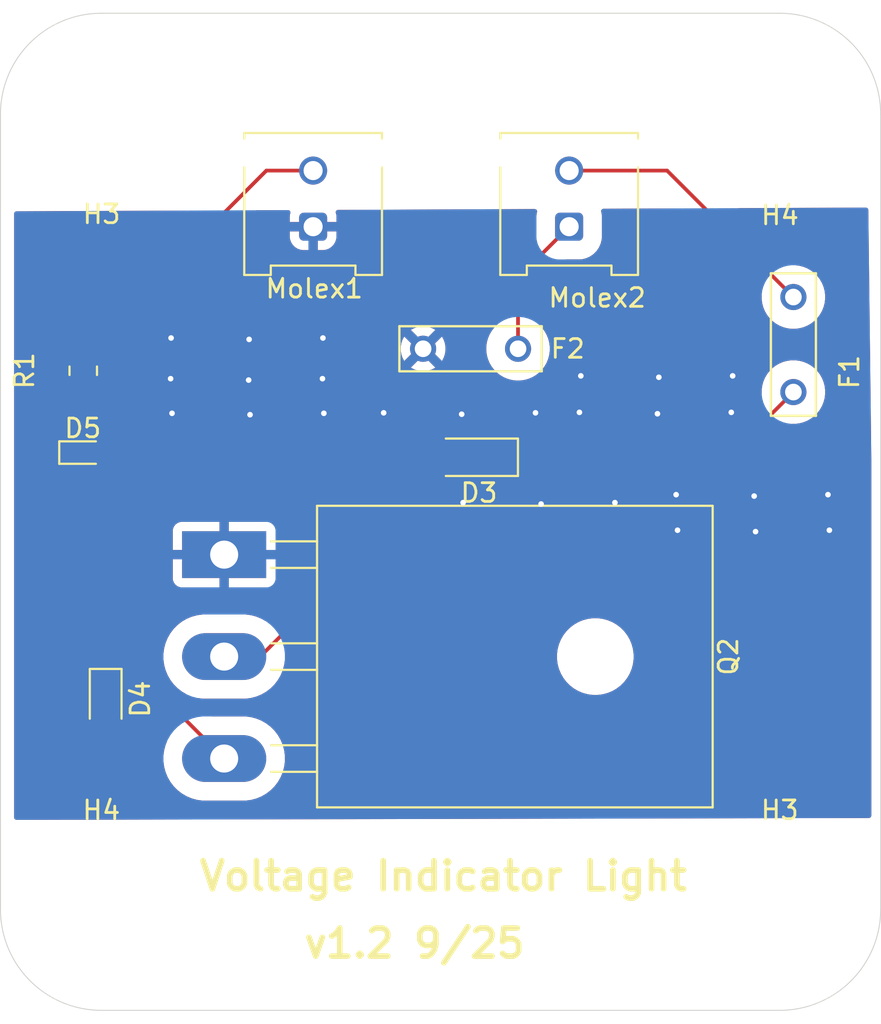
<source format=kicad_pcb>
(kicad_pcb (version 20241229) (generator "pcbnew") (generator_version "9.0")
  (layers (0 "F.Cu" signal) (2 "B.Cu" signal) (13 "F.Paste" user) (15 "B.Paste" user) (5 "F.SilkS" user "F.Silkscreen") (7 "B.SilkS" user "B.Silkscreen") (1 "F.Mask" user) (3 "B.Mask" user) (25 "Edge.Cuts" user))
  (net 0 "")
  (net 1 "/LED+")
  (net 2 "Net-(D3-A)")
  (net 3 "Net-(D3-K)")
  (net 4 "/HV+")
  (net 5 "/HV-")
  (net 6 "Net-(D4-A2)")
  (net 7 "Net-(D4-A1)")
  (footprint "Diode_SMD:D_SOD-323" (layer "F.Cu") (at 118.9 104.75 -90)
    (property "Reference" "D4" (at 0 -1.85 270) (layer "F.SilkS"))
    (property "Value" "PESD12VL1BA")
    (fp_line (start -1.61 0.85) (end 1.05 0.85) (stroke (width 0.12)) (layer "F.SilkS"))
    (fp_line (start -1.61 -0.85) (end -1.61 0.85) (stroke (width 0.12)) (layer "F.SilkS"))
    (fp_line (start -1.61 -0.85) (end 1.05 -0.85) (stroke (width 0.12)) (layer "F.SilkS"))
    (pad "1" smd roundrect (at -1.05 0 270) (size 0.6 0.45) (layers "F.Cu" "F.Mask" "F.Paste") (net 7 "Net-(D4-A1)"))
    (pad "2" smd roundrect (at 1.05 0 270) (size 0.6 0.45) (layers "F.Cu" "F.Mask" "F.Paste") (net 6 "Net-(D4-A2)"))
  )
  (footprint "MountingHole:MountingHole_4.3mm_M4" (layer "F.Cu") (at 118.679999 73.53 180)
    (property "Reference" "H3" (at 0 -5.3 0) (layer "F.SilkS"))
    (property "Value" "MountingHole")
    (pad "" np_thru_hole circle (at 0 0 180) (size 4.3 4.3) (drill 4.3) (layers "*.Cu" "*.Mask"))
  )
  (footprint "Library:FUSE_BK_PCS" (layer "F.Cu") (at 155.7 85.8 -90)
    (property "Reference" "F1" (at 1.47 -3 90) (layer "F.SilkS"))
    (property "Value" "750mA" (hide yes))
    (fp_line (start -3.81 1.205) (end -3.81 -1.205) (stroke (width 0.127)) (layer "F.SilkS"))
    (fp_line (start 3.81 1.205) (end -3.81 1.205) (stroke (width 0.127)) (layer "F.SilkS"))
    (fp_line (start -3.81 -1.205) (end 3.81 -1.205) (stroke (width 0.127)) (layer "F.SilkS"))
    (fp_line (start 3.81 -1.205) (end 3.81 1.205) (stroke (width 0.127)) (layer "F.SilkS"))
    (pad "1" thru_hole circle (at -2.54 0 270) (size 1.397 1.397) (drill 0.889) (layers "*.Cu" "*.Mask") (net 4 "/HV+"))
    (pad "2" thru_hole circle (at 2.54 0 270) (size 1.397 1.397) (drill 0.889) (layers "*.Cu" "*.Mask") (net 3 "Net-(D3-K)"))
  )
  (footprint "MountingHole:MountingHole_4.3mm_M4" (layer "F.Cu") (at 118.669999 115.990001)
    (property "Reference" "H4" (at 0 -5.3 0) (layer "F.SilkS"))
    (property "Value" "MountingHole")
    (pad "" np_thru_hole circle (at 0 0) (size 4.3 4.3) (drill 4.3) (layers "*.Cu" "*.Mask"))
  )
  (footprint "Resistor_SMD:R_0805_2012Metric_Pad1.20x1.40mm_HandSolder" (layer "F.Cu") (at 117.7 87.2 90)
    (property "Reference" "R1" (at 0 -3.15 90) (layer "F.SilkS"))
    (property "Value" "2200")
    (fp_line (start -0.227064 -0.735) (end 0.227064 -0.735) (stroke (width 0.12)) (layer "F.SilkS"))
    (fp_line (start -0.227064 0.735) (end 0.227064 0.735) (stroke (width 0.12)) (layer "F.SilkS"))
    (pad "1" smd roundrect (at -1 0 90) (size 1.2 1.4) (layers "F.Cu" "F.Mask" "F.Paste") (roundrect_rratio 0.208333) (net 6 "Net-(D4-A2)"))
    (pad "2" smd roundrect (at 1 0 90) (size 1.2 1.4) (layers "F.Cu" "F.Mask" "F.Paste") (roundrect_rratio 0.208333) (net 1 "/LED+"))
  )
  (footprint "MountingHole:MountingHole_4.3mm_M4" (layer "F.Cu") (at 154.980001 73.59 180)
    (property "Reference" "H4" (at 0 -5.3 0) (layer "F.SilkS"))
    (property "Value" "MountingHole")
    (pad "" np_thru_hole circle (at 0 0 180) (size 4.3 4.3) (drill 4.3) (layers "*.Cu" "*.Mask"))
  )
  (footprint "Diode_SMD:D_SOD-523" (layer "F.Cu") (at 117.675 91.575)
    (property "Reference" "D5" (at 0 -1.3 0) (layer "F.SilkS"))
    (property "Value" "1N4148WT")
    (fp_line (start -1.26 -0.6) (end -1.26 0.6) (stroke (width 0.12)) (layer "F.SilkS"))
    (fp_line (start 0.7 -0.6) (end -1.26 -0.6) (stroke (width 0.12)) (layer "F.SilkS"))
    (fp_line (start 0.7 0.6) (end -1.26 0.6) (stroke (width 0.12)) (layer "F.SilkS"))
    (pad "1" smd roundrect (at -0.7 0 180) (size 0.6 0.7) (layers "F.Cu" "F.Mask" "F.Paste") (net 6 "Net-(D4-A2)"))
    (pad "2" smd roundrect (at 0.7 0 180) (size 0.6 0.7) (layers "F.Cu" "F.Mask" "F.Paste") (net 7 "Net-(D4-A1)"))
  )
  (footprint "Package_TO_SOT_THT:TO-247-3_Horizontal_TabDown" (layer "F.Cu") (at 125.24 97.03 -90)
    (property "Reference" "Q2" (at 5.45 -26.98 90) (layer "F.SilkS"))
    (property "Value" "UJ3N065080K3S")
    (fp_line (start -2.61 -4.97) (end 13.51 -4.97) (stroke (width 0.12)) (layer "F.SilkS"))
    (fp_line (start -2.61 -4.97) (end -2.61 -26.14) (stroke (width 0.12)) (layer "F.SilkS"))
    (fp_line (start -0.71 -4.97) (end -0.71 -2.51) (stroke (width 0.12)) (layer "F.SilkS"))
    (fp_line (start 0.71 -4.97) (end 0.71 -2.51) (stroke (width 0.12)) (layer "F.SilkS"))
    (fp_line (start 4.74 -4.97) (end 4.74 -2.51) (stroke (width 0.12)) (layer "F.SilkS"))
    (fp_line (start 6.16 -4.97) (end 6.16 -2.51) (stroke (width 0.12)) (layer "F.SilkS"))
    (fp_line (start 10.19 -4.97) (end 10.19 -2.51) (stroke (width 0.12)) (layer "F.SilkS"))
    (fp_line (start 11.61 -4.97) (end 11.61 -2.51) (stroke (width 0.12)) (layer "F.SilkS"))
    (fp_line (start 13.51 -4.97) (end 13.51 -26.14) (stroke (width 0.12)) (layer "F.SilkS"))
    (fp_line (start -2.61 -26.14) (end 13.51 -26.14) (stroke (width 0.12)) (layer "F.SilkS"))
    (pad "" np_thru_hole circle (at 5.45 -19.86 270) (size 3.6 3.6) (drill 3.6) (layers "*.Cu" "*.Mask"))
    (pad "1" thru_hole rect (at 0 0 270) (size 2.5 4.5) (drill 1.5) (layers "*.Cu" "*.Mask") (net 7 "Net-(D4-A1)"))
    (pad "2" thru_hole oval (at 5.45 0 270) (size 2.5 4.5) (drill 1.5) (layers "*.Cu" "*.Mask") (net 2 "Net-(D3-A)"))
    (pad "3" thru_hole oval (at 10.9 0 270) (size 2.5 4.5) (drill 1.5) (layers "*.Cu" "*.Mask") (net 6 "Net-(D4-A2)"))
  )
  (footprint "Connector_Molex:Molex_Micro-Fit_3.0_43045-0212_2x01_P3.00mm_Vertical" (layer "F.Cu") (at 143.7 79.5 180)
    (property "Reference" "Molex2" (at -1.5 -3.8 0) (layer "F.SilkS"))
    (property "Value" "043045-0212")
    (fp_line (start 3.685 5.01) (end 3.685 4.71) (stroke (width 0.12)) (layer "F.SilkS"))
    (fp_line (start 3.685 -2.58) (end 3.685 3.17) (stroke (width 0.12)) (layer "F.SilkS"))
    (fp_line (start 2.265 -2.08) (end 2.265 -2.58) (stroke (width 0.12)) (layer "F.SilkS"))
    (fp_line (start 2.265 -2.58) (end 3.685 -2.58) (stroke (width 0.12)) (layer "F.SilkS"))
    (fp_line (start -2.265 -2.08) (end 2.265 -2.08) (stroke (width 0.12)) (layer "F.SilkS"))
    (fp_line (start -2.265 -2.58) (end -2.265 -2.08) (stroke (width 0.12)) (layer "F.SilkS"))
    (fp_line (start -3.685 5.01) (end 3.685 5.01) (stroke (width 0.12)) (layer "F.SilkS"))
    (fp_line (start -3.685 4.71) (end -3.685 5.01) (stroke (width 0.12)) (layer "F.SilkS"))
    (fp_line (start -3.685 3.17) (end -3.685 -2.58) (stroke (width 0.12)) (layer "F.SilkS"))
    (fp_line (start -3.685 -2.58) (end -2.265 -2.58) (stroke (width 0.12)) (layer "F.SilkS"))
    (pad "" np_thru_hole circle (at -3 3.94 180) (size 1.02 1.02) (drill 1.02) (layers "*.Cu" "*.Mask"))
    (pad "" np_thru_hole circle (at 3 3.94 180) (size 1.02 1.02) (drill 1.02) (layers "*.Cu" "*.Mask"))
    (pad "1" thru_hole roundrect (at 0 0 180) (size 1.5 1.5) (drill 1.02) (layers "*.Cu" "*.Mask") (roundrect_rratio 0.166667) (net 5 "/HV-"))
    (pad "2" thru_hole circle (at 0 3 180) (size 1.5 1.5) (drill 1.02) (layers "*.Cu" "*.Mask") (net 4 "/HV+"))
  )
  (footprint "Library:FUSE_BK_PCS" (layer "F.Cu") (at 138.425 86.025)
    (property "Reference" "F2" (at 5.2 0 0) (layer "F.SilkS"))
    (property "Value" "750mA")
    (fp_line (start -3.81 -1.205) (end 3.81 -1.205) (stroke (width 0.127)) (layer "F.SilkS"))
    (fp_line (start -3.81 1.205) (end -3.81 -1.205) (stroke (width 0.127)) (layer "F.SilkS"))
    (fp_line (start 3.81 -1.205) (end 3.81 1.205) (stroke (width 0.127)) (layer "F.SilkS"))
    (fp_line (start 3.81 1.205) (end -3.81 1.205) (stroke (width 0.127)) (layer "F.SilkS"))
    (pad "1" thru_hole circle (at -2.54 0) (size 1.397 1.397) (drill 0.889) (layers "*.Cu" "*.Mask") (net 7 "Net-(D4-A1)"))
    (pad "2" thru_hole circle (at 2.54 0) (size 1.397 1.397) (drill 0.889) (layers "*.Cu" "*.Mask") (net 5 "/HV-"))
  )
  (footprint "Connector_Molex:Molex_Micro-Fit_3.0_43045-0212_2x01_P3.00mm_Vertical" (layer "F.Cu") (at 130 79.5 180)
    (property "Reference" "Molex1" (at -0.06 -3.31 0) (layer "F.SilkS"))
    (property "Value" "043045-0212")
    (fp_line (start 3.685 5.01) (end 3.685 4.71) (stroke (width 0.12)) (layer "F.SilkS"))
    (fp_line (start 3.685 -2.58) (end 3.685 3.17) (stroke (width 0.12)) (layer "F.SilkS"))
    (fp_line (start 2.265 -2.08) (end 2.265 -2.58) (stroke (width 0.12)) (layer "F.SilkS"))
    (fp_line (start 2.265 -2.58) (end 3.685 -2.58) (stroke (width 0.12)) (layer "F.SilkS"))
    (fp_line (start -2.265 -2.08) (end 2.265 -2.08) (stroke (width 0.12)) (layer "F.SilkS"))
    (fp_line (start -2.265 -2.58) (end -2.265 -2.08) (stroke (width 0.12)) (layer "F.SilkS"))
    (fp_line (start -3.685 5.01) (end 3.685 5.01) (stroke (width 0.12)) (layer "F.SilkS"))
    (fp_line (start -3.685 4.71) (end -3.685 5.01) (stroke (width 0.12)) (layer "F.SilkS"))
    (fp_line (start -3.685 3.17) (end -3.685 -2.58) (stroke (width 0.12)) (layer "F.SilkS"))
    (fp_line (start -3.685 -2.58) (end -2.265 -2.58) (stroke (width 0.12)) (layer "F.SilkS"))
    (pad "" np_thru_hole circle (at -3 3.94 180) (size 1.02 1.02) (drill 1.02) (layers "*.Cu" "*.Mask"))
    (pad "" np_thru_hole circle (at 3 3.94 180) (size 1.02 1.02) (drill 1.02) (layers "*.Cu" "*.Mask"))
    (pad "1" thru_hole roundrect (at 0 0 180) (size 1.5 1.5) (drill 1.02) (layers "*.Cu" "*.Mask") (roundrect_rratio 0.166667) (net 7 "Net-(D4-A1)"))
    (pad "2" thru_hole circle (at 0 3 180) (size 1.5 1.5) (drill 1.02) (layers "*.Cu" "*.Mask") (net 1 "/LED+"))
  )
  (footprint "MountingHole:MountingHole_4.3mm_M4" (layer "F.Cu") (at 154.970001 115.990001)
    (property "Reference" "H3" (at 0 -5.3 0) (layer "F.SilkS"))
    (property "Value" "MountingHole")
    (pad "" np_thru_hole circle (at 0 0) (size 4.3 4.3) (drill 4.3) (layers "*.Cu" "*.Mask"))
  )
  (footprint "Diode_SMD:D_SOD-123F" (layer "F.Cu") (at 138.75 91.825 180)
    (property "Reference" "D3" (at -0.127 -1.905 0) (layer "F.SilkS"))
    (property "Value" "BZT52C51")
    (fp_line (start -2.21 1) (end 1.65 1) (stroke (width 0.12)) (layer "F.SilkS"))
    (fp_line (start -2.21 -1) (end 1.65 -1) (stroke (width 0.12)) (layer "F.SilkS"))
    (fp_line (start -2.21 -1) (end -2.21 1) (stroke (width 0.12)) (layer "F.SilkS"))
    (pad "1" smd roundrect (at -1.4 0 180) (size 1.1 1.1) (layers "F.Cu" "F.Mask" "F.Paste") (roundrect_rratio 0.2272727273) (net 3 "Net-(D3-K)"))
    (pad "2" smd roundrect (at 1.4 0 180) (size 1.1 1.1) (layers "F.Cu" "F.Mask" "F.Paste") (roundrect_rratio 0.2272727273) (net 2 "Net-(D3-A)"))
  )
  (gr_arc (start 113.27 73.49) (mid 114.851623 69.671623) (end 118.67 68.09) (stroke (width 0.05)) (layer "Edge.Cuts"))
  (gr_arc (start 160.37 115.99) (mid 158.788377 119.808377) (end 154.97 121.39) (stroke (width 0.05)) (layer "Edge.Cuts"))
  (gr_arc (start 154.97 68.09) (mid 158.788377 69.671623) (end 160.37 73.49) (stroke (width 0.05)) (layer "Edge.Cuts"))
  (gr_line (start 154.97 121.39) (end 118.67 121.39) (stroke (width 0.05)) (layer "Edge.Cuts"))
  (gr_line (start 160.37 73.49) (end 160.37 115.99) (stroke (width 0.05)) (layer "Edge.Cuts"))
  (gr_line (start 118.67 68.09) (end 154.97 68.09) (stroke (width 0.05)) (layer "Edge.Cuts"))
  (gr_arc (start 118.67 121.39) (mid 114.851623 119.808377) (end 113.27 115.99) (stroke (width 0.05)) (layer "Edge.Cuts"))
  (gr_line (start 113.27 115.99) (end 113.27 73.49) (stroke (width 0.05)) (layer "Edge.Cuts"))
  (gr_text "v1.2 9/25\n" (at 129.37 118.69 0) (layer "F.SilkS") (effects (font (size 1.5 1.5) (thickness 0.3) (bold yes)) (justify left bottom)))
  (gr_text "Voltage Indicator Light" (at 123.77 115.09 0) (layer "F.SilkS") (effects (font (size 1.5 1.5) (thickness 0.3) (bold yes)) (justify left bottom)))
  (segment (start 130 76.5) (end 127.5 76.5) (width 0.2) (layer "F.Cu") (net 1))
  (segment (start 127.5 76.5) (end 117.8 86.2) (width 0.2) (layer "F.Cu") (net 1))
  (segment (start 127.17 102.48) (end 125.24 102.48) (width 0.2) (layer "F.Cu") (net 2))
  (segment (start 128.775 100.875) (end 128.775 91.825) (width 0.2) (layer "F.Cu") (net 2))
  (segment (start 128.775 100.875) (end 127.17 102.48) (width 0.2) (layer "F.Cu") (net 2))
  (segment (start 128.775 91.825) (end 137.35 91.825) (width 0.2) (layer "F.Cu") (net 2))
  (segment (start 140.15 91.825) (end 152.215 91.825) (width 0.2) (layer "F.Cu") (net 3))
  (segment (start 152.215 91.825) (end 155.7 88.34) (width 0.2) (layer "F.Cu") (net 3))
  (segment (start 143.7 76.5) (end 148.94 76.5) (width 0.2) (layer "F.Cu") (net 4))
  (segment (start 148.94 76.5) (end 155.7 83.26) (width 0.2) (layer "F.Cu") (net 4))
  (segment (start 140.965 82.235) (end 143.7 79.5) (width 0.2) (layer "F.Cu") (net 5))
  (segment (start 140.965 86.025) (end 140.965 82.235) (width 0.2) (layer "F.Cu") (net 5))
  (segment (start 117 88.9) (end 117.7 88.2) (width 0.2) (layer "F.Cu") (net 6))
  (segment (start 117.8 105.8) (end 117 105) (width 0.2) (layer "F.Cu") (net 6))
  (segment (start 118.9 105.8) (end 117.8 105.8) (width 0.2) (layer "F.Cu") (net 6))
  (segment (start 117 105) (end 117 88.9) (width 0.2) (layer "F.Cu") (net 6))
  (segment (start 118.9 105.8) (end 123.11 105.8) (width 0.2) (layer "F.Cu") (net 6))
  (segment (start 123.11 105.8) (end 125.24 107.93) (width 0.2) (layer "F.Cu") (net 6))
  (segment (start 118.375 91.125) (end 118.375 91.575) (width 0.2) (layer "F.Cu") (net 7))
  (segment (start 130 79.5) (end 130 80.14) (width 0.2) (layer "F.Cu") (net 7))
  (segment (start 118.375 92.085) (end 118.375 91.575) (width 0.2) (layer "F.Cu") (net 7))
  (via (at 152.45 87.475) (size 0.6) (drill 0.3) (layers "F.Cu" "B.Cu") (net 7))
  (via (at 149.5 95.725) (size 0.6) (drill 0.3) (layers "F.Cu" "B.Cu") (net 7))
  (via (at 157.625 95.725) (size 0.6) (drill 0.3) (layers "F.Cu" "B.Cu") (net 7))
  (via (at 130.525 85.45) (size 0.6) (drill 0.3) (layers "F.Cu" "B.Cu") (net 7))
  (via (at 152.375 89.425) (size 0.6) (drill 0.3) (layers "F.Cu" "B.Cu") (net 7))
  (via (at 148.425 89.5) (size 0.6) (drill 0.3) (layers "F.Cu" "B.Cu") (net 7))
  (via (at 144.25 89.425) (size 0.6) (drill 0.3) (layers "F.Cu" "B.Cu") (net 7))
  (via (at 138.025 94.25) (size 0.6) (drill 0.3) (layers "F.Cu" "B.Cu") (net 7))
  (via (at 130.5 87.625) (size 0.6) (drill 0.3) (layers "F.Cu" "B.Cu") (net 7))
  (via (at 146.15 94.25) (size 0.6) (drill 0.3) (layers "F.Cu" "B.Cu") (net 7))
  (via (at 126.55 87.7) (size 0.6) (drill 0.3) (layers "F.Cu" "B.Cu") (net 7))
  (via (at 142.2 94.325) (size 0.6) (drill 0.3) (layers "F.Cu" "B.Cu") (net 7))
  (via (at 122.375 87.625) (size 0.6) (drill 0.3) (layers "F.Cu" "B.Cu") (net 7))
  (via (at 157.55 93.825) (size 0.6) (drill 0.3) (layers "F.Cu" "B.Cu") (net 7))
  (via (at 148.5 87.55) (size 0.6) (drill 0.3) (layers "F.Cu" "B.Cu") (net 7))
  (via (at 149.425 93.825) (size 0.6) (drill 0.3) (layers "F.Cu" "B.Cu") (net 7))
  (via (at 153.675 95.8) (size 0.6) (drill 0.3) (layers "F.Cu" "B.Cu") (net 7))
  (via (at 122.45 89.475) (size 0.6) (drill 0.3) (layers "F.Cu" "B.Cu") (net 7))
  (via (at 126.575 85.525) (size 0.6) (drill 0.3) (layers "F.Cu" "B.Cu") (net 7))
  (via (at 141.9 89.45) (size 0.6) (drill 0.3) (layers "F.Cu" "B.Cu") (net 7))
  (via (at 126.625 89.55) (size 0.6) (drill 0.3) (layers "F.Cu" "B.Cu") (net 7))
  (via (at 153.6 93.9) (size 0.6) (drill 0.3) (layers "F.Cu" "B.Cu") (net 7))
  (via (at 144.325 87.475) (size 0.6) (drill 0.3) (layers "F.Cu" "B.Cu") (net 7))
  (via (at 130.575 89.475) (size 0.6) (drill 0.3) (layers "F.Cu" "B.Cu") (net 7))
  (via (at 137.95 89.525) (size 0.6) (drill 0.3) (layers "F.Cu" "B.Cu") (net 7))
  (via (at 133.775 89.45) (size 0.6) (drill 0.3) (layers "F.Cu" "B.Cu") (net 7))
  (via (at 122.4 85.45) (size 0.6) (drill 0.3) (layers "F.Cu" "B.Cu") (net 7))
  (zone (net 7) (net_name "Net-(D4-A1)") (layers "F.Cu" "B.Cu") (connect_pads (clearance 0.999998)) (min_thickness 0.25) (fill yes (thermal_gap 0.5) (thermal_bridge_width 0.5))
    (polygon (pts (xy 160.098893 111.107811) (xy 114 111.207809) (xy 114 78.678392) (xy 159.706947 78.478361)))
  )
)
</source>
